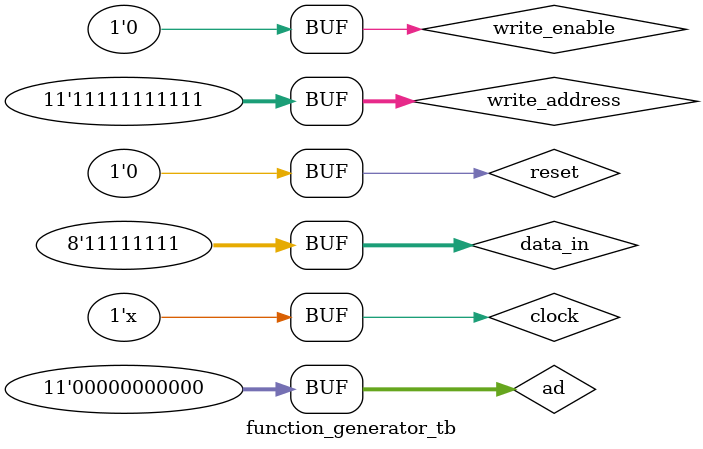
<source format=v>
`timescale 1ns / 1ps

module sequencer_sync #(
	parameter ADDRESS_DEPTH_OSERDES = 16,
	parameter LOG2_OF_OSERDES_DATA_WIDTH = 3
) (
	input clock, reset,
	input sync_read_address,
	input [31:0] start_sample, // in samples (1ns each @ 1 GHz sample rate), but 3 LSBs are ignored due to cascaded 8-bit oserdes
	input [31:0] end_sample, // in samples (1ns each @ 1 GHz sample rate), but 3 LSBs are ignored due to cascaded 8-bit oserdes
	output reg [ADDRESS_DEPTH_OSERDES-1:0] read_address = 0, // in 8-bit words
	output reg [3:0] sync_out_stream = 0,
	output [7:0] sync_out_word
);
	reg [ADDRESS_DEPTH_OSERDES-1:0] last_read_address = 14'd4095; // in 8-bit words
	reg sync_out_raw = 0;
	always @(posedge clock) begin
		sync_out_raw <= 0;
		if (reset) begin
			read_address <= start_sample[ADDRESS_DEPTH_OSERDES-1:LOG2_OF_OSERDES_DATA_WIDTH];
			last_read_address <= end_sample[ADDRESS_DEPTH_OSERDES-1:LOG2_OF_OSERDES_DATA_WIDTH] - 1'b1;
			sync_out_stream <= 0;
		end else begin
			if (read_address==last_read_address || sync_read_address) begin
				read_address <= start_sample[ADDRESS_DEPTH_OSERDES-1:LOG2_OF_OSERDES_DATA_WIDTH];
				last_read_address <= end_sample[ADDRESS_DEPTH_OSERDES-1:LOG2_OF_OSERDES_DATA_WIDTH] - 1'b1;
				sync_out_raw <= 1;
			end else begin
				read_address <= read_address + 1'b1;
			end
			sync_out_stream <= { sync_out_stream[2:0], sync_out_raw };
		end
	end
	assign sync_out_word = { sync_out_stream[1], 7'b0 };
endmodule

// 5,120 buckets/revolution * 9 revolutions = 46,080 buckets
// need off-between-on functionality, so double that (=92,160)
// 11,520 bytes of ram (so will fit in a 16k-by-8bit)
module function_generator #(
	parameter DATA_BUS_WIDTH = 8, // should correspond to corresponding oserdes input width
	parameter ADDRESS_BUS_DEPTH = 11,
	parameter NUMBER_OF_CHANNELS = 1
	//parameter CHANNELS_LOG2 = $clog2(NUMBER_OF_CHANNELS),
	//parameter CHANNELS_LOG2 = 3, // hardcoded to a max of 8 channels here
	//parameter CHANNELS_LOG2 = 2
) (
	input write_clock,
	input read_clock,
	input reset,
	input sync_read_address,
//	input [NUMBER_OF_CHANNELS-1:0] outputs_enabled,
	input [$clog2(NUMBER_OF_CHANNELS)-1:0] channel,
	input [DATA_BUS_WIDTH-1:0] data_in,
	input [ADDRESS_BUS_DEPTH-1:0] write_address,
	input [ADDRESS_BUS_DEPTH-1:0] start_read_address,
	input [ADDRESS_BUS_DEPTH-1:0] end_read_address,
	input write_enable,
	output [DATA_BUS_WIDTH-1:0] data_out
//	output [NUMBER_OF_CHANNELS-1:0] outputs
	//output output_0, output_1, output_2, output_3,
	//output output_4, output_5, output_6, output_7
);
	reg [ADDRESS_BUS_DEPTH-1:0] read_address = 0;
	reg [ADDRESS_BUS_DEPTH-1:0] last_read_address = ADDRESS_BUS_DEPTH*{1'b1};
//	reg outputs_enabled = 0;
//	reg [NUMBER_OF_CHANNELS-1:0] potential_outputs = 0;
//	reg [channel][ADDRESS_BUS_DEPTH-1:0]
	genvar ch; // generate
	for (ch=0; ch<NUMBER_OF_CHANNELS; ch=ch+1) begin : chan
//		if (ADDRESS_BUS_DEPTH==10) begin
//			RAM_s6_1k_8bit mem (.write_clock(write_clock), .read_clock(read_clock), .reset(reset), .data_in(data_in), .data_out(data_out), .write_address(write_address), .read_address(read_address), .write_enable(write_enable), .read_enable(1'b1));
//		end else if (ADDRESS_BUS_DEPTH==11) begin
//			RAM_s6_2k_8bit mem (.write_clock(write_clock), .read_clock(read_clock), .reset(reset), .data_in(data_in), .data_out(data_out), .write_address(write_address), .read_address(read_address), .write_enable(write_enable), .read_enable(1'b1));
//		end else if (ADDRESS_BUS_DEPTH==14) begin
//			RAM_s6_16k_8bit mem (.write_clock(write_clock), .read_clock(read_clock), .reset(reset), .data_in(data_in), .data_out(data_out), .write_address(write_address), .read_address(read_address), .write_enable(write_enable), .read_enable(1'b1));
//		end else begin
			// assert!
//		end
		RAM_s6_primitive #(.DATA_WIDTH_A(DATA_BUS_WIDTH), .DATA_WIDTH_B(DATA_BUS_WIDTH)) mem (.reset(reset),
			.write_clock(write_clock), .write_address(write_address), .data_in(data_in), .write_enable(write_enable),
			.read_clock(read_clock), .read_address(read_address), .read_enable(1'b1), .data_out(data_out));
		always @(posedge read_clock) begin
			if (reset || sync_read_address) begin
				read_address <= 0;
//				write_address <= 0;
//				potential_outputs[i] <= 0;
///			end else if (write) begin
//				memory[channel][address] <= data;
			end else begin
				if (read_address==last_read_address) begin
					read_address <= start_read_address;
					last_read_address <= end_read_address - 1'b1;
				end else begin
					read_address <= read_address + 1'b1;
				end
//				if (outputs_enabled[i]) begin
//					potential_outputs[i] <= 1;
//				end
			end
		end
	end // end generate
//	wire [NUMBER_OF_CHANNELS-1:0] outputs;
//	assign outputs = potential_outputs;
//	assign { output_0, output_1, output_2, output_3, output_4, output_5, output_6, output_7 } = outputs;
endmodule

module function_generator_tb;
	parameter DATA_BUS_WIDTH = 8; // should correspond to corresponding oserdes input width
	parameter ADDRESS_BUS_DEPTH = 11;
	parameter NUMBER_OF_CHANNELS = 1;
	parameter ADDRESS_MAX = (2**ADDRESS_BUS_DEPTH)-1;
	reg clock = 0;
	reg reset = 1;
//	reg [NUMBER_OF_CHANNELS-1:0] outputs_enabled = 0;
//	wire outputs;
	reg [DATA_BUS_WIDTH-1:0] data_in = 0;
	reg [ADDRESS_BUS_DEPTH-1:0] write_address = 0;
	reg write_enable = 0;
	wire [DATA_BUS_WIDTH-1:0] data_out;
	function_generator #(
		.DATA_BUS_WIDTH(DATA_BUS_WIDTH),
		.ADDRESS_BUS_DEPTH(ADDRESS_BUS_DEPTH),
		.NUMBER_OF_CHANNELS(NUMBER_OF_CHANNELS)
	) fg (
		.clock(clock),
		.reset(reset),
		.write_address(write_address),
		.data_in(data_in),
		.write_enable(write_enable),
		.data_out(data_out)
//		.outputs_enabled(outputs_enabled),
//		.outputs(outputs)
	);
	reg [ADDRESS_BUS_DEPTH-1:0] ad; // generate
	initial begin
		clock <= 0;
		reset <= 1;
//		outputs_enabled <= 8'b11111111;
		data_in <= 0;
		write_address <= 0;
		write_enable <= 0;
		#8;
		reset <= 0;
		#8;
		for (ad=0; ad<=ADDRESS_MAX; ad=ad+1) begin : ramp
			write_address <= ad;
			if (0) begin
				if (write_address==123) begin
					data_in <= 1;
				end else begin
					data_in <= 0;
				end
			end else begin
				data_in <= ad[7:0];
			end
			#8;
			write_enable <= 1;
			#8;
			write_enable <= 0;
			#8;
		end // end generate
//		outputs_enabled <= 8'b00000000;
//		#500;
//		outputs_enabled <= 8'b00000001;
//		#500;
//		outputs_enabled <= 8'b00000010;
//		#500;
//		outputs_enabled <= 8'b00000011;
//		#500;
//		outputs_enabled <= 8'b00000100;
//		#500;
//		outputs_enabled <= 8'b00000101;
//		#500;
//		outputs_enabled <= 8'b00000110;
//		#500;
//		outputs_enabled <= 8'b00000111;
	end
	always begin
		#4;
		clock = ~clock;
	end
endmodule


</source>
